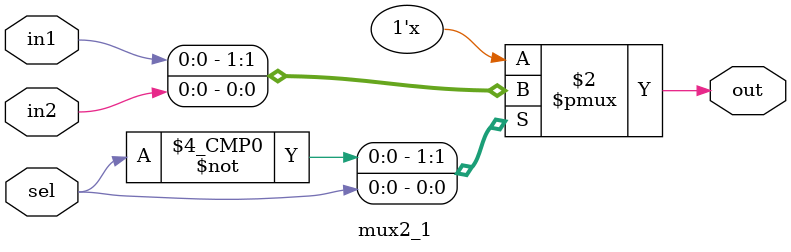
<source format=v>
module mux2_1
(
    input   wire    in1,
    input   wire    in2,
    input   wire    sel,
    
    output  reg     out
);

always @(*)
    case(sel)
        1'b0    :   out = in1;
        1'b1    :   out = in2;
        default :   out = 1'b0;
    endcase


endmodule

</source>
